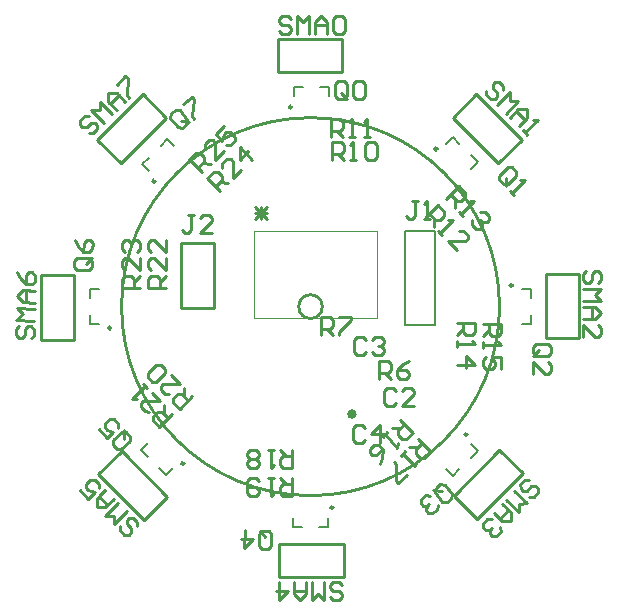
<source format=gto>
G04 Layer_Color=15132400*
%FSLAX25Y25*%
%MOIN*%
G70*
G01*
G75*
%ADD26C,0.01000*%
%ADD27C,0.00787*%
%ADD42C,0.00984*%
%ADD43C,0.01575*%
%ADD44C,0.00394*%
D26*
X358268Y314961D02*
G03*
X358268Y314961I-62992J0D01*
G01*
X299213D02*
G03*
X299213Y314961I-3937J0D01*
G01*
X246787Y378298D02*
X247141Y377945D01*
X246787Y377591D02*
X247141Y377945D01*
X239362Y385723D02*
X246787Y378298D01*
X224160Y370520D02*
X239362Y385723D01*
X224160Y370520D02*
X231938Y362742D01*
X246787Y377591D01*
X216024Y325461D02*
X216524D01*
Y324961D02*
Y325461D01*
X205524D02*
X216024D01*
X205524Y303961D02*
Y325461D01*
Y303961D02*
X216524D01*
Y324961D01*
X231938Y266472D02*
X232291Y266826D01*
X232645Y266472D01*
X224513Y259047D02*
X231938Y266472D01*
X224513Y259047D02*
X239716Y243845D01*
X247494Y251623D01*
X232645Y266472D02*
X247494Y251623D01*
X284776Y235315D02*
Y235815D01*
X285276D01*
X284776Y224815D02*
Y235315D01*
Y224815D02*
X306276D01*
Y235815D01*
X285276D02*
X306276D01*
X343017Y251976D02*
X343371Y251623D01*
X343017Y251976D02*
X343371Y252330D01*
Y251623D02*
X350795Y244198D01*
X365998Y259401D01*
X358220Y267179D02*
X365998Y259401D01*
X343371Y252330D02*
X358220Y267179D01*
X373634Y304461D02*
X374134D01*
X373634D02*
Y304961D01*
X374134Y304461D02*
X384634D01*
Y325961D01*
X373634D02*
X384634D01*
X373634Y304961D02*
Y325961D01*
X357866Y362702D02*
X358220Y363056D01*
X357513Y363056D02*
X357866Y362702D01*
X358220Y363056D02*
X365644Y370480D01*
X350442Y385683D02*
X365644Y370480D01*
X342664Y377905D02*
X350442Y385683D01*
X342664Y377905D02*
X357513Y363056D01*
X305776Y393319D02*
Y393819D01*
X305276Y393319D02*
X305776D01*
Y393819D02*
Y404319D01*
X284276D02*
X305776D01*
X284276Y393319D02*
Y404319D01*
Y393319D02*
X305276D01*
X262480Y336090D02*
X262980D01*
Y335591D02*
Y336090D01*
X251980D02*
X262480D01*
X251980Y314591D02*
Y336090D01*
Y314591D02*
X262980D01*
Y335591D01*
X221407Y378416D02*
X219994Y378431D01*
X218565Y377032D01*
X218550Y375619D01*
X219250Y374904D01*
X220663Y374889D01*
X222092Y376288D01*
X223506Y376273D01*
X224205Y375559D01*
X224190Y374145D01*
X222762Y372747D01*
X221348Y372762D01*
X226333Y376244D02*
X222136Y380529D01*
X224964Y380500D01*
X224994Y383327D01*
X229190Y379041D01*
X230619Y380440D02*
X227821Y383297D01*
X227851Y386124D01*
X230678Y386095D01*
X233476Y383238D01*
X231378Y385381D01*
X228520Y382583D01*
X230708Y388922D02*
X233565Y391720D01*
X234264Y391005D01*
X234205Y385351D01*
X234904Y384636D01*
X198211Y308403D02*
X197197Y307418D01*
X197167Y305419D01*
X198152Y304405D01*
X199151Y304390D01*
X200166Y305375D01*
X200195Y307374D01*
X201210Y308359D01*
X202209Y308344D01*
X203194Y307329D01*
X203164Y305330D01*
X202150Y304345D01*
X203239Y310328D02*
X197241Y310417D01*
X199270Y312386D01*
X197300Y314415D01*
X203298Y314326D01*
X203327Y316325D02*
X199329Y316385D01*
X197360Y318413D01*
X199388Y320383D01*
X203387Y320324D01*
X200388Y320368D01*
X200329Y316370D01*
X197478Y326410D02*
X198448Y324396D01*
X200418Y322367D01*
X202417Y322338D01*
X203431Y323323D01*
X203461Y325322D01*
X202476Y326336D01*
X201477Y326351D01*
X200462Y325366D01*
X200418Y322367D01*
X231829Y241795D02*
X231833Y240382D01*
X233251Y238972D01*
X234664Y238976D01*
X235369Y239684D01*
X235365Y241098D01*
X233948Y242508D01*
X233944Y243922D01*
X234649Y244631D01*
X236063Y244634D01*
X237480Y243225D01*
X237484Y241811D01*
X233936Y246749D02*
X229707Y242496D01*
X229699Y245324D01*
X226871Y245316D01*
X231101Y249569D01*
X229683Y250979D02*
X226863Y248143D01*
X224036Y248136D01*
X224028Y250963D01*
X226848Y253798D01*
X224733Y251672D01*
X227568Y248852D01*
X218365Y253775D02*
X221200Y250955D01*
X223315Y253082D01*
X221193Y253783D01*
X220484Y254488D01*
X220480Y255902D01*
X221890Y257319D01*
X223304Y257323D01*
X224721Y255913D01*
X224725Y254499D01*
X301907Y218230D02*
X302906Y217230D01*
X304906D01*
X305906Y218230D01*
Y219230D01*
X304906Y220229D01*
X302906D01*
X301907Y221229D01*
Y222229D01*
X302906Y223228D01*
X304906D01*
X305906Y222229D01*
X299907Y223228D02*
Y217230D01*
X297908Y219230D01*
X295909Y217230D01*
Y223228D01*
X293909D02*
Y219230D01*
X291910Y217230D01*
X289911Y219230D01*
Y223228D01*
Y220229D01*
X293909D01*
X284912Y223228D02*
Y217230D01*
X287911Y220229D01*
X283913D01*
X368201Y251534D02*
X369615Y251572D01*
X370990Y253023D01*
X370951Y254436D01*
X370226Y255124D01*
X368812Y255086D01*
X367437Y253634D01*
X366024Y253596D01*
X365299Y254284D01*
X365260Y255697D01*
X366635Y257148D01*
X368049Y257187D01*
X363198Y253520D02*
X367552Y249395D01*
X364725Y249318D01*
X364802Y246492D01*
X360448Y250617D01*
X359073Y249165D02*
X361975Y246415D01*
X362052Y243589D01*
X359225Y243512D01*
X356323Y246263D01*
X358500Y244200D01*
X361250Y247103D01*
X358576Y241373D02*
X358614Y239960D01*
X357239Y238509D01*
X355826Y238471D01*
X355100Y239158D01*
X355062Y240571D01*
X355750Y241297D01*
X355062Y240571D01*
X353649Y240533D01*
X352923Y241221D01*
X352885Y242634D01*
X354260Y244085D01*
X355673Y244124D01*
X391219Y322773D02*
X392218Y323773D01*
Y325772D01*
X391219Y326772D01*
X390219D01*
X389219Y325772D01*
Y323773D01*
X388220Y322773D01*
X387220D01*
X386221Y323773D01*
Y325772D01*
X387220Y326772D01*
X386221Y320774D02*
X392218D01*
X390219Y318774D01*
X392218Y316775D01*
X386221D01*
Y314775D02*
X390219D01*
X392218Y312776D01*
X390219Y310777D01*
X386221D01*
X389219D01*
Y314775D01*
X386221Y304779D02*
Y308777D01*
X390219Y304779D01*
X391219D01*
X392218Y305778D01*
Y307778D01*
X391219Y308777D01*
X359499Y387032D02*
X359476Y388445D01*
X358039Y389836D01*
X356626Y389812D01*
X355930Y389094D01*
X355954Y387680D01*
X357390Y386290D01*
X357414Y384876D01*
X356718Y384158D01*
X355305Y384135D01*
X353868Y385525D01*
X353845Y386939D01*
X357460Y382049D02*
X361631Y386360D01*
X361677Y383532D01*
X364505Y383579D01*
X360333Y379269D01*
X361770Y377878D02*
X364551Y380752D01*
X367378Y380798D01*
X367424Y377971D01*
X364644Y375097D01*
X366729Y377252D01*
X363856Y380033D01*
X366080Y373707D02*
X367517Y372317D01*
X366799Y373012D01*
X370970Y377322D01*
X369556Y377299D01*
X259055Y359842D02*
X254927Y364194D01*
X257103Y366258D01*
X258516Y366221D01*
X259892Y364770D01*
X259855Y363357D01*
X257679Y361293D01*
X259130Y362669D02*
X261956Y362595D01*
X266307Y366723D02*
X263406Y363971D01*
X263555Y369624D01*
X262867Y370349D01*
X261454Y370386D01*
X260003Y369010D01*
X259966Y367597D01*
X266531Y375202D02*
X263630Y372450D01*
X265694Y370275D01*
X266456Y372376D01*
X267181Y373064D01*
X268595Y373027D01*
X269971Y371576D01*
X269934Y370163D01*
X268483Y368787D01*
X267070Y368824D01*
X264961Y353543D02*
X260832Y357895D01*
X263008Y359959D01*
X264421Y359922D01*
X265797Y358471D01*
X265760Y357058D01*
X263585Y354994D01*
X265035Y356370D02*
X267862Y356295D01*
X272213Y360424D02*
X269312Y357671D01*
X269461Y363325D01*
X268773Y364050D01*
X267359Y364087D01*
X265909Y362711D01*
X265872Y361298D01*
X275839Y363864D02*
X271711Y368215D01*
X271599Y363976D01*
X274500Y366728D01*
X238583Y321260D02*
X232585D01*
Y324259D01*
X233584Y325259D01*
X235584D01*
X236583Y324259D01*
Y321260D01*
Y323259D02*
X238583Y325259D01*
Y331257D02*
Y327258D01*
X234584Y331257D01*
X233584D01*
X232585Y330257D01*
Y328258D01*
X233584Y327258D01*
Y333256D02*
X232585Y334256D01*
Y336255D01*
X233584Y337255D01*
X234584D01*
X235584Y336255D01*
Y335255D01*
Y336255D01*
X236583Y337255D01*
X237583D01*
X238583Y336255D01*
Y334256D01*
X237583Y333256D01*
X247244Y321260D02*
X241246D01*
Y324259D01*
X242246Y325259D01*
X244245D01*
X245245Y324259D01*
Y321260D01*
Y323259D02*
X247244Y325259D01*
Y331257D02*
Y327258D01*
X243245Y331257D01*
X242246D01*
X241246Y330257D01*
Y328258D01*
X242246Y327258D01*
X247244Y337255D02*
Y333256D01*
X243245Y337255D01*
X242246D01*
X241246Y336255D01*
Y334256D01*
X242246Y333256D01*
X249213Y279134D02*
X244895Y274971D01*
X242813Y277130D01*
X242839Y278543D01*
X244278Y279931D01*
X245692Y279905D01*
X247773Y277746D01*
X246386Y279186D02*
X246437Y282013D01*
X242274Y286331D02*
X245050Y283452D01*
X239395Y283555D01*
X238676Y282861D01*
X238650Y281448D01*
X240038Y280009D01*
X241451Y279983D01*
X240886Y287770D02*
X239499Y289209D01*
X240193Y288490D01*
X235875Y284327D01*
X237288Y284301D01*
X255906Y285039D02*
X251662Y280800D01*
X249542Y282922D01*
X249543Y284336D01*
X250958Y285749D01*
X252372Y285748D01*
X254491Y283626D01*
X253078Y285041D02*
X253079Y287868D01*
X248840Y292112D02*
X251666Y289283D01*
X246011Y289286D01*
X245304Y288579D01*
X245303Y287165D01*
X246716Y285751D01*
X248130Y285750D01*
X243891Y289994D02*
X242477Y289994D01*
X241064Y291409D01*
X241065Y292823D01*
X243894Y295649D01*
X245308Y295648D01*
X246721Y294233D01*
X246720Y292820D01*
X243891Y289994D01*
X288976Y257874D02*
Y251876D01*
X285977D01*
X284978Y252876D01*
Y254875D01*
X285977Y255875D01*
X288976D01*
X286977D02*
X284978Y257874D01*
X282978D02*
X280979D01*
X281979D01*
Y251876D01*
X282978Y252876D01*
X277980Y256874D02*
X276980Y257874D01*
X274981D01*
X273981Y256874D01*
Y252876D01*
X274981Y251876D01*
X276980D01*
X277980Y252876D01*
Y253875D01*
X276980Y254875D01*
X273981D01*
X288976Y267323D02*
Y261325D01*
X285977D01*
X284978Y262324D01*
Y264324D01*
X285977Y265323D01*
X288976D01*
X286977D02*
X284978Y267323D01*
X282978D02*
X280979D01*
X281979D01*
Y261325D01*
X282978Y262324D01*
X277980D02*
X276980Y261325D01*
X274981D01*
X273981Y262324D01*
Y263324D01*
X274981Y264324D01*
X273981Y265323D01*
Y266323D01*
X274981Y267323D01*
X276980D01*
X277980Y266323D01*
Y265323D01*
X276980Y264324D01*
X277980Y263324D01*
Y262324D01*
X276980Y264324D02*
X274981D01*
X331102Y270866D02*
X335272Y266555D01*
X333117Y264470D01*
X331703Y264493D01*
X330313Y265931D01*
X330337Y267344D01*
X332492Y269429D01*
X331055Y268039D02*
X328228Y268086D01*
X326791Y266696D02*
X325354Y265306D01*
X326072Y266001D01*
X330242Y261690D01*
X330266Y263103D01*
X327368Y258910D02*
X324494Y256130D01*
X323798Y256849D01*
X323893Y262503D01*
X323198Y263221D01*
X325197Y277165D02*
X329322Y272811D01*
X327145Y270748D01*
X325732Y270787D01*
X324357Y272238D01*
X324395Y273651D01*
X326572Y275714D01*
X325120Y274339D02*
X322294Y274415D01*
X320843Y273040D02*
X319391Y271665D01*
X320117Y272353D01*
X324242Y267998D01*
X324280Y269412D01*
X318436Y262498D02*
X319200Y264599D01*
X319276Y267425D01*
X317901Y268877D01*
X316488Y268915D01*
X315037Y267540D01*
X314999Y266127D01*
X315686Y265401D01*
X317099Y265363D01*
X319276Y267425D01*
X352756Y309055D02*
X358754Y309100D01*
X358776Y306101D01*
X357784Y305094D01*
X355785Y305079D01*
X354778Y306071D01*
X354755Y309070D01*
X354770Y307071D02*
X352786Y305057D01*
X352801Y303057D02*
X352816Y301058D01*
X352808Y302058D01*
X358806Y302102D01*
X357799Y303095D01*
X358866Y294105D02*
X358836Y298104D01*
X355837Y298081D01*
X356852Y296090D01*
X356859Y295090D01*
X355867Y294083D01*
X353868Y294068D01*
X352860Y295060D01*
X352846Y297059D01*
X353838Y298066D01*
X344094Y309449D02*
X350093D01*
Y306450D01*
X349093Y305450D01*
X347094D01*
X346094Y306450D01*
Y309449D01*
Y307450D02*
X344094Y305450D01*
Y303451D02*
Y301451D01*
Y302451D01*
X350093D01*
X349093Y303451D01*
X344094Y295453D02*
X350093D01*
X347094Y298452D01*
Y294454D01*
X340551Y350787D02*
X344792Y355029D01*
X346913Y352908D01*
Y351494D01*
X345499Y350080D01*
X344086D01*
X341965Y352201D01*
X343379Y350787D02*
Y347960D01*
X344792Y346546D02*
X346206Y345132D01*
X345499Y345839D01*
X349741Y350080D01*
X348327D01*
X351861Y346546D02*
X353275D01*
X354689Y345132D01*
Y343719D01*
X353982Y343012D01*
X352568D01*
X351861Y343719D01*
X352568Y343012D01*
Y341598D01*
X351861Y340891D01*
X350448D01*
X349034Y342305D01*
Y343719D01*
X333465Y344488D02*
X337706Y348729D01*
X339826Y346609D01*
Y345195D01*
X338413Y343781D01*
X336999D01*
X334878Y345902D01*
X336292Y344488D02*
Y341661D01*
X337706Y340247D02*
X339120Y338833D01*
X338413Y339540D01*
X342654Y343781D01*
X341240Y343781D01*
X344068Y333885D02*
X341240Y336713D01*
X346895D01*
X347602Y337419D01*
Y338833D01*
X346188Y340247D01*
X344775Y340247D01*
X361015Y355753D02*
X363842Y358581D01*
Y359995D01*
X362428Y361408D01*
X361015D01*
X358187Y358581D01*
Y357167D01*
X359601Y355753D01*
X360308Y357874D02*
Y355047D01*
X359601Y355753D02*
X361015D01*
X361722Y353633D02*
X363135Y352219D01*
X362428Y352926D01*
X366670Y357167D01*
X365256D01*
X370291Y298363D02*
X374290D01*
X375289Y299363D01*
Y301362D01*
X374290Y302362D01*
X370291D01*
X369291Y301362D01*
Y299363D01*
X371291Y300363D02*
X369291Y298363D01*
Y299363D02*
X370291Y298363D01*
X369291Y292365D02*
Y296364D01*
X373290Y292365D01*
X374290D01*
X375289Y293365D01*
Y295364D01*
X374290Y296364D01*
X336818Y253063D02*
X339263Y249899D01*
X340666Y249720D01*
X342248Y250942D01*
X342427Y252345D01*
X339982Y255508D01*
X338579Y255688D01*
X336997Y254465D01*
X339011Y253495D02*
X336206Y253854D01*
X336997Y254465D02*
X336818Y253063D01*
X337682Y248676D02*
X337502Y247274D01*
X335920Y246051D01*
X334518Y246231D01*
X333907Y247022D01*
X334086Y248424D01*
X334877Y249035D01*
X334086Y248424D01*
X332684Y248603D01*
X332072Y249394D01*
X332252Y250797D01*
X333834Y252019D01*
X335236Y251840D01*
X278251Y239304D02*
X278106Y235308D01*
X279068Y234272D01*
X281066Y234200D01*
X282102Y235162D01*
X282247Y239159D01*
X281284Y240194D01*
X279286Y240266D01*
X280213Y238232D02*
X278287Y240303D01*
X279286Y240266D02*
X278251Y239304D01*
X273292Y240484D02*
X273074Y234490D01*
X276180Y237378D01*
X272184Y237524D01*
X232372Y273114D02*
X229443Y270392D01*
X229392Y268979D01*
X230753Y267515D01*
X232166Y267463D01*
X235094Y270186D01*
X235146Y271598D01*
X233785Y273063D01*
X233001Y270969D02*
X233104Y273795D01*
X233785Y273063D02*
X232372Y273114D01*
X224627Y274105D02*
X227350Y271176D01*
X229547Y273218D01*
X227453Y274002D01*
X226773Y274734D01*
X226824Y276147D01*
X228289Y277508D01*
X229701Y277456D01*
X231063Y275992D01*
X231011Y274579D01*
X221524Y331184D02*
X217526Y331267D01*
X216506Y330288D01*
X216465Y328289D01*
X217444Y327269D01*
X221442Y327186D01*
X222462Y328165D01*
X222503Y330164D01*
X220483Y329206D02*
X222524Y331163D01*
X222503Y330164D02*
X221524Y331184D01*
X216651Y337284D02*
X217609Y335264D01*
X219567Y333224D01*
X221566Y333183D01*
X222586Y334162D01*
X222627Y336160D01*
X221649Y337181D01*
X220649Y337201D01*
X219629Y336223D01*
X219567Y333224D01*
X254140Y377242D02*
X251707Y380415D01*
X250305Y380601D01*
X248719Y379384D01*
X248534Y377982D01*
X250967Y374809D01*
X252368Y374624D01*
X253955Y375840D01*
X251945Y376819D02*
X254748Y376449D01*
X253955Y375840D02*
X254140Y377242D01*
X252685Y382425D02*
X255859Y384858D01*
X256467Y384065D01*
X255727Y378458D01*
X256335Y377665D01*
X288644Y410904D02*
X287645Y411904D01*
X285645D01*
X284646Y410904D01*
Y409904D01*
X285645Y408905D01*
X287645D01*
X288644Y407905D01*
Y406905D01*
X287645Y405905D01*
X285645D01*
X284646Y406905D01*
X290644Y405905D02*
Y411904D01*
X292643Y409904D01*
X294642Y411904D01*
Y405905D01*
X296642D02*
Y409904D01*
X298641Y411904D01*
X300641Y409904D01*
Y405905D01*
Y408905D01*
X296642D01*
X302640Y410904D02*
X303640Y411904D01*
X305639D01*
X306639Y410904D01*
Y406905D01*
X305639Y405905D01*
X303640D01*
X302640Y406905D01*
Y410904D01*
X301969Y371654D02*
Y377652D01*
X304967D01*
X305967Y376652D01*
Y374653D01*
X304967Y373653D01*
X301969D01*
X303968D02*
X305967Y371654D01*
X307967D02*
X309966D01*
X308966D01*
Y377652D01*
X307967Y376652D01*
X312965Y371654D02*
X314964D01*
X313965D01*
Y377652D01*
X312965Y376652D01*
X302362Y363779D02*
Y369778D01*
X305361D01*
X306361Y368778D01*
Y366779D01*
X305361Y365779D01*
X302362D01*
X304362D02*
X306361Y363779D01*
X308360D02*
X310360D01*
X309360D01*
Y369778D01*
X308360Y368778D01*
X313359D02*
X314358Y369778D01*
X316358D01*
X317357Y368778D01*
Y364779D01*
X316358Y363779D01*
X314358D01*
X313359Y364779D01*
Y368778D01*
X276694Y348024D02*
X280692Y344026D01*
X276694D02*
X280692Y348024D01*
X276694Y346025D02*
X280692D01*
X278693Y344026D02*
Y348024D01*
X307542Y385252D02*
Y389250D01*
X306542Y390250D01*
X304543D01*
X303543Y389250D01*
Y385252D01*
X304543Y384252D01*
X306542D01*
X305543Y386251D02*
X307542Y384252D01*
X306542D02*
X307542Y385252D01*
X309541Y389250D02*
X310541Y390250D01*
X312540D01*
X313540Y389250D01*
Y385252D01*
X312540Y384252D01*
X310541D01*
X309541Y385252D01*
Y389250D01*
X256453Y345611D02*
X254454D01*
X255453D01*
Y340612D01*
X254454Y339613D01*
X253454D01*
X252454Y340612D01*
X262451Y339613D02*
X258452D01*
X262451Y343611D01*
Y344611D01*
X261451Y345611D01*
X259452D01*
X258452Y344611D01*
X330951Y350300D02*
X328952D01*
X329952D01*
Y345301D01*
X328952Y344302D01*
X327952D01*
X326953Y345301D01*
X332951Y344302D02*
X334950D01*
X333950D01*
Y350300D01*
X332951Y349300D01*
X318110Y290846D02*
Y296845D01*
X321109D01*
X322109Y295845D01*
Y293846D01*
X321109Y292846D01*
X318110D01*
X320110D02*
X322109Y290846D01*
X328107Y296845D02*
X326108Y295845D01*
X324108Y293846D01*
Y291846D01*
X325108Y290846D01*
X327107D01*
X328107Y291846D01*
Y292846D01*
X327107Y293846D01*
X324108D01*
X298819Y305512D02*
Y311510D01*
X301818D01*
X302818Y310510D01*
Y308511D01*
X301818Y307511D01*
X298819D01*
X300818D02*
X302818Y305512D01*
X304817Y311510D02*
X308816D01*
Y310510D01*
X304817Y306511D01*
Y305512D01*
X323782Y286888D02*
X322782Y287888D01*
X320783D01*
X319783Y286888D01*
Y282889D01*
X320783Y281890D01*
X322782D01*
X323782Y282889D01*
X329780Y281890D02*
X325781D01*
X329780Y285889D01*
Y286888D01*
X328781Y287888D01*
X326781D01*
X325781Y286888D01*
X313743Y303817D02*
X312743Y304817D01*
X310744D01*
X309744Y303817D01*
Y299819D01*
X310744Y298819D01*
X312743D01*
X313743Y299819D01*
X315742Y303817D02*
X316742Y304817D01*
X318741D01*
X319741Y303817D01*
Y302818D01*
X318741Y301818D01*
X317741D01*
X318741D01*
X319741Y300818D01*
Y299819D01*
X318741Y298819D01*
X316742D01*
X315742Y299819D01*
X313447Y274487D02*
X312448Y275486D01*
X310449D01*
X309449Y274487D01*
Y270488D01*
X310449Y269488D01*
X312448D01*
X313447Y270488D01*
X318446Y269488D02*
Y275486D01*
X315447Y272487D01*
X319446D01*
D27*
X239151Y362340D02*
X241378Y360113D01*
X239151Y362340D02*
X241378Y364567D01*
X247503Y370691D02*
X249730Y368464D01*
X245276Y368464D02*
X247503Y370691D01*
X221654Y309055D02*
X224803D01*
X221654D02*
Y312205D01*
Y320866D02*
X224803D01*
X221654Y317717D02*
Y320866D01*
X247109Y258836D02*
X249336Y261063D01*
X244882D02*
X247109Y258836D01*
X238757Y267188D02*
X240985Y269415D01*
X238757Y267188D02*
X240985Y264961D01*
X301181Y241339D02*
Y244488D01*
X298031Y241339D02*
X301181D01*
X289370D02*
Y244488D01*
Y241339D02*
X292520D01*
X348779Y269021D02*
X351006Y266794D01*
X348779Y264567D02*
X351006Y266794D01*
X340428Y260669D02*
X342655Y258442D01*
X344882Y260669D01*
X365748Y320866D02*
X368898D01*
Y317717D02*
Y320866D01*
X365748Y309055D02*
X368898D01*
Y312205D01*
X340428Y369252D02*
X342655Y371479D01*
X344882Y369252D01*
X348779Y360900D02*
X351006Y363127D01*
X348779Y365354D02*
X351006Y363127D01*
X289764Y385039D02*
Y388189D01*
X292913D01*
X301575Y385039D02*
Y388189D01*
X298425D02*
X301575D01*
X326890Y308819D02*
Y340315D01*
Y308819D02*
X336890D01*
Y340315D01*
X326890D02*
X336890D01*
D42*
X243541Y356772D02*
G03*
X243541Y356772I-492J0D01*
G01*
X228839Y307874D02*
G03*
X228839Y307874I-492J0D01*
G01*
X253169Y262734D02*
G03*
X253169Y262734I-492J0D01*
G01*
X302854Y248031D02*
G03*
X302854Y248031I-492J0D01*
G01*
X347601Y272362D02*
G03*
X347601Y272362I-492J0D01*
G01*
X362697Y322047D02*
G03*
X362697Y322047I-492J0D01*
G01*
X337579Y367581D02*
G03*
X337579Y367581I-492J0D01*
G01*
X289075Y381496D02*
G03*
X289075Y381496I-492J0D01*
G01*
D43*
X309842Y279134D02*
G03*
X309842Y279134I-787J0D01*
G01*
D44*
X276445Y340189D02*
X317445D01*
X276445Y311189D02*
Y340189D01*
Y311189D02*
X317445D01*
Y340189D01*
M02*

</source>
